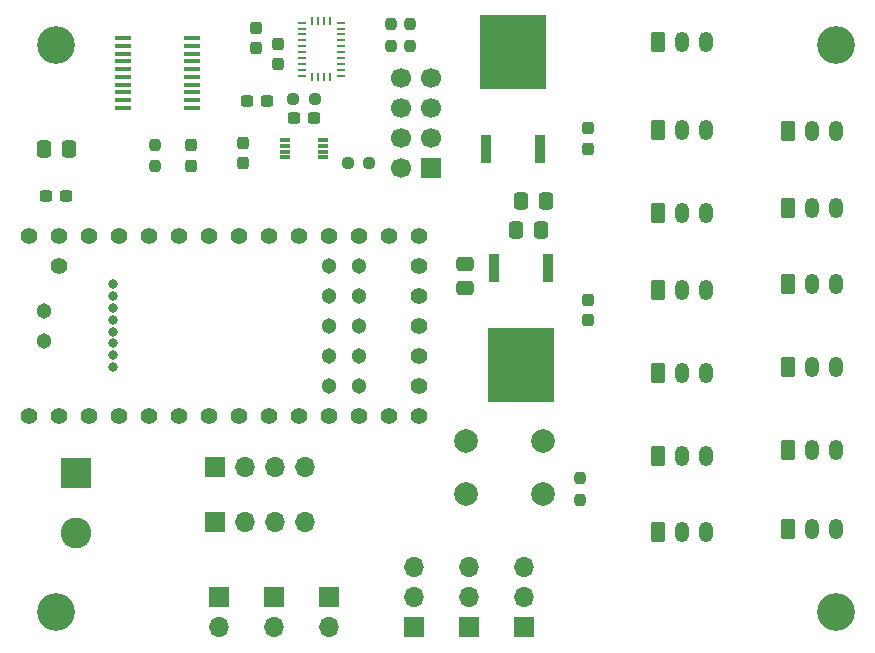
<source format=gbr>
%TF.GenerationSoftware,KiCad,Pcbnew,8.0.7*%
%TF.CreationDate,2024-12-26T23:36:23+07:00*%
%TF.ProjectId,Teensy4.0PCB,5465656e-7379-4342-9e30-5043422e6b69,rev?*%
%TF.SameCoordinates,Original*%
%TF.FileFunction,Soldermask,Top*%
%TF.FilePolarity,Negative*%
%FSLAX46Y46*%
G04 Gerber Fmt 4.6, Leading zero omitted, Abs format (unit mm)*
G04 Created by KiCad (PCBNEW 8.0.7) date 2024-12-26 23:36:23*
%MOMM*%
%LPD*%
G01*
G04 APERTURE LIST*
G04 Aperture macros list*
%AMRoundRect*
0 Rectangle with rounded corners*
0 $1 Rounding radius*
0 $2 $3 $4 $5 $6 $7 $8 $9 X,Y pos of 4 corners*
0 Add a 4 corners polygon primitive as box body*
4,1,4,$2,$3,$4,$5,$6,$7,$8,$9,$2,$3,0*
0 Add four circle primitives for the rounded corners*
1,1,$1+$1,$2,$3*
1,1,$1+$1,$4,$5*
1,1,$1+$1,$6,$7*
1,1,$1+$1,$8,$9*
0 Add four rect primitives between the rounded corners*
20,1,$1+$1,$2,$3,$4,$5,0*
20,1,$1+$1,$4,$5,$6,$7,0*
20,1,$1+$1,$6,$7,$8,$9,0*
20,1,$1+$1,$8,$9,$2,$3,0*%
G04 Aperture macros list end*
%ADD10RoundRect,0.250000X-0.337500X-0.475000X0.337500X-0.475000X0.337500X0.475000X-0.337500X0.475000X0*%
%ADD11RoundRect,0.237500X0.237500X-0.250000X0.237500X0.250000X-0.237500X0.250000X-0.237500X-0.250000X0*%
%ADD12R,1.700000X1.700000*%
%ADD13O,1.700000X1.700000*%
%ADD14C,2.000000*%
%ADD15RoundRect,0.237500X-0.300000X-0.237500X0.300000X-0.237500X0.300000X0.237500X-0.300000X0.237500X0*%
%ADD16C,3.200000*%
%ADD17RoundRect,0.237500X0.237500X-0.300000X0.237500X0.300000X-0.237500X0.300000X-0.237500X-0.300000X0*%
%ADD18R,0.675000X0.254000*%
%ADD19R,0.254000X0.675000*%
%ADD20RoundRect,0.237500X-0.237500X0.250000X-0.237500X-0.250000X0.237500X-0.250000X0.237500X0.250000X0*%
%ADD21RoundRect,0.250000X-0.350000X-0.625000X0.350000X-0.625000X0.350000X0.625000X-0.350000X0.625000X0*%
%ADD22O,1.200000X1.750000*%
%ADD23R,2.600000X2.600000*%
%ADD24C,2.600000*%
%ADD25RoundRect,0.237500X-0.250000X-0.237500X0.250000X-0.237500X0.250000X0.237500X-0.250000X0.237500X0*%
%ADD26R,0.850000X0.300000*%
%ADD27R,0.939800X2.489200*%
%ADD28R,5.562600X6.299200*%
%ADD29RoundRect,0.250000X0.475000X-0.337500X0.475000X0.337500X-0.475000X0.337500X-0.475000X-0.337500X0*%
%ADD30RoundRect,0.237500X-0.237500X0.300000X-0.237500X-0.300000X0.237500X-0.300000X0.237500X0.300000X0*%
%ADD31C,1.700000*%
%ADD32C,1.404000*%
%ADD33C,1.304000*%
%ADD34C,0.804000*%
%ADD35R,1.475000X0.450000*%
G04 APERTURE END LIST*
D10*
%TO.C,C9*%
X113000000Y-80000000D03*
X115075000Y-80000000D03*
%TD*%
D11*
%TO.C,R3*%
X122400000Y-81512500D03*
X122400000Y-79687500D03*
%TD*%
D12*
%TO.C,3.3V*%
X153650000Y-120540000D03*
D13*
X153650000Y-118000000D03*
X153650000Y-115460000D03*
%TD*%
D10*
%TO.C,C12*%
X153372500Y-84430000D03*
X155447500Y-84430000D03*
%TD*%
D14*
%TO.C,Button1*%
X148750000Y-104750000D03*
X155250000Y-104750000D03*
X148750000Y-109250000D03*
X155250000Y-109250000D03*
%TD*%
D12*
%TO.C,5V*%
X149000000Y-120540000D03*
D13*
X149000000Y-118000000D03*
X149000000Y-115460000D03*
%TD*%
D15*
%TO.C,C5*%
X134137500Y-77400000D03*
X135862500Y-77400000D03*
%TD*%
D16*
%TO.C,H3*%
X180000000Y-119200000D03*
%TD*%
D11*
%TO.C,R4*%
X158400000Y-109712500D03*
X158400000Y-107887500D03*
%TD*%
D16*
%TO.C,H4*%
X180000000Y-71200000D03*
%TD*%
D12*
%TO.C,GND*%
X144350000Y-120540000D03*
D13*
X144350000Y-118000000D03*
X144350000Y-115460000D03*
%TD*%
D17*
%TO.C,C6*%
X125400000Y-81462500D03*
X125400000Y-79737500D03*
%TD*%
%TO.C,C11*%
X159010000Y-94532500D03*
X159010000Y-92807500D03*
%TD*%
D18*
%TO.C,U3*%
X134787500Y-73837500D03*
D19*
X135700000Y-73975000D03*
X136200000Y-73975000D03*
X136700000Y-73975000D03*
X137200000Y-73975000D03*
D18*
X138112500Y-73837500D03*
X138112500Y-73337500D03*
X138112500Y-72837500D03*
X138112500Y-72337500D03*
X138112500Y-71837500D03*
X138112500Y-71337500D03*
X138112500Y-70837500D03*
X138112500Y-70337500D03*
X138112500Y-69837500D03*
X138112500Y-69337500D03*
D19*
X137200000Y-69200000D03*
X136700000Y-69200000D03*
X136200000Y-69200000D03*
X135700000Y-69200000D03*
D18*
X134787500Y-69337500D03*
X134787500Y-69837500D03*
X134787500Y-70337500D03*
X134787500Y-70837500D03*
X134787500Y-71337500D03*
X134787500Y-71837500D03*
X134787500Y-72337500D03*
X134787500Y-72837500D03*
X134787500Y-73337500D03*
%TD*%
D20*
%TO.C,R5*%
X144000000Y-69487500D03*
X144000000Y-71312500D03*
%TD*%
D11*
%TO.C,R6*%
X142400000Y-71312500D03*
X142400000Y-69487500D03*
%TD*%
D16*
%TO.C,H1*%
X114000000Y-71200000D03*
%TD*%
D17*
%TO.C,C7*%
X129800000Y-81262500D03*
X129800000Y-79537500D03*
%TD*%
D21*
%TO.C,servo11*%
X165000000Y-71000000D03*
D22*
X167000000Y-71000000D03*
X169000000Y-71000000D03*
%TD*%
D10*
%TO.C,C10*%
X152972500Y-86870000D03*
X155047500Y-86870000D03*
%TD*%
D23*
%TO.C,Main-Terminal1*%
X115695000Y-107455000D03*
D24*
X115695000Y-112535000D03*
%TD*%
D22*
%TO.C,servo10*%
X180000000Y-105500000D03*
X178000000Y-105500000D03*
D21*
X176000000Y-105500000D03*
%TD*%
D25*
%TO.C,R2*%
X134087500Y-75800000D03*
X135912500Y-75800000D03*
%TD*%
D15*
%TO.C,C2*%
X130137500Y-76000000D03*
X131862500Y-76000000D03*
%TD*%
D21*
%TO.C,servo1*%
X165000000Y-85450000D03*
D22*
X167000000Y-85450000D03*
X169000000Y-85450000D03*
%TD*%
D12*
%TO.C,S4*%
X132490000Y-117990000D03*
D13*
X132490000Y-120530000D03*
%TD*%
D21*
%TO.C,servo9*%
X165000000Y-112450000D03*
D22*
X167000000Y-112450000D03*
X169000000Y-112450000D03*
%TD*%
%TO.C,servo3*%
X180000000Y-85050000D03*
X178000000Y-85050000D03*
D21*
X176000000Y-85050000D03*
%TD*%
D22*
%TO.C,servo7*%
X180000000Y-91500000D03*
X178000000Y-91500000D03*
D21*
X176000000Y-91500000D03*
%TD*%
D26*
%TO.C,IC2*%
X136575000Y-80750000D03*
X136575000Y-80250000D03*
X136575000Y-79750000D03*
X136575000Y-79250000D03*
X133425000Y-79250000D03*
X133425000Y-79750000D03*
X133425000Y-80250000D03*
X133425000Y-80750000D03*
%TD*%
D22*
%TO.C,servo5*%
X180000000Y-98500000D03*
X178000000Y-98500000D03*
D21*
X176000000Y-98500000D03*
%TD*%
%TO.C,servo8*%
X165000000Y-99000000D03*
D22*
X167000000Y-99000000D03*
X169000000Y-99000000D03*
%TD*%
D16*
%TO.C,H2*%
X114000000Y-119200000D03*
%TD*%
D27*
%TO.C,50R1*%
X155696000Y-90140800D03*
X151124000Y-90140800D03*
D28*
X153410000Y-98294200D03*
%TD*%
D29*
%TO.C,C1*%
X148600000Y-91837500D03*
X148600000Y-89762500D03*
%TD*%
D21*
%TO.C,servo4*%
X165000000Y-92000000D03*
D22*
X167000000Y-92000000D03*
X169000000Y-92000000D03*
%TD*%
D30*
%TO.C,C13*%
X159000000Y-78275000D03*
X159000000Y-80000000D03*
%TD*%
D27*
%TO.C,33R1*%
X150428000Y-80000000D03*
X155000000Y-80000000D03*
D28*
X152714000Y-71846600D03*
%TD*%
D12*
%TO.C,S5*%
X137140000Y-117990000D03*
D13*
X137140000Y-120530000D03*
%TD*%
D17*
%TO.C,C4*%
X132800000Y-72862500D03*
X132800000Y-71137500D03*
%TD*%
D25*
%TO.C,R1*%
X138687500Y-81200000D03*
X140512500Y-81200000D03*
%TD*%
D22*
%TO.C,servo2*%
X180000000Y-78500000D03*
X178000000Y-78500000D03*
D21*
X176000000Y-78500000D03*
%TD*%
D12*
%TO.C,J2*%
X127460000Y-107000000D03*
D13*
X130000000Y-107000000D03*
X132540000Y-107000000D03*
X135080000Y-107000000D03*
%TD*%
D17*
%TO.C,C3*%
X130930000Y-71510000D03*
X130930000Y-69785000D03*
%TD*%
D12*
%TO.C,S3*%
X127840000Y-117990000D03*
D13*
X127840000Y-120530000D03*
%TD*%
D21*
%TO.C,servo6*%
X165000000Y-106000000D03*
D22*
X167000000Y-106000000D03*
X169000000Y-106000000D03*
%TD*%
D21*
%TO.C,servo13*%
X165000000Y-78450000D03*
D22*
X167000000Y-78450000D03*
X169000000Y-78450000D03*
%TD*%
D15*
%TO.C,C8*%
X113137500Y-84000000D03*
X114862500Y-84000000D03*
%TD*%
D12*
%TO.C,J1*%
X127460000Y-111650000D03*
D13*
X130000000Y-111650000D03*
X132540000Y-111650000D03*
X135080000Y-111650000D03*
%TD*%
D22*
%TO.C,servo12*%
X180000000Y-112250000D03*
X178000000Y-112250000D03*
D21*
X176000000Y-112250000D03*
%TD*%
D12*
%TO.C,U2*%
X145789500Y-81625000D03*
D31*
X143249500Y-81625000D03*
X145789500Y-79085000D03*
X143249500Y-79085000D03*
X145789500Y-76545000D03*
X143249500Y-76545000D03*
X145789500Y-74005000D03*
X143249500Y-74005000D03*
%TD*%
D32*
%TO.C,U1*%
X111725000Y-102620000D03*
X114265000Y-102620000D03*
X116805000Y-102620000D03*
X119345000Y-102620000D03*
X121885000Y-102620000D03*
X124425000Y-102620000D03*
X126965000Y-102620000D03*
X129505000Y-102620000D03*
X132045000Y-102620000D03*
X134585000Y-102620000D03*
X137125000Y-102620000D03*
X139665000Y-102620000D03*
X142205000Y-102620000D03*
X144745000Y-102620000D03*
X144745000Y-100080000D03*
X144745000Y-97540000D03*
X144745000Y-95000000D03*
X144745000Y-92460000D03*
X144745000Y-89920000D03*
X144745000Y-87380000D03*
X142205000Y-87380000D03*
X139665000Y-87380000D03*
X137125000Y-87380000D03*
X134585000Y-87380000D03*
X132045000Y-87380000D03*
X129505000Y-87380000D03*
X126965000Y-87380000D03*
X124425000Y-87380000D03*
X121885000Y-87380000D03*
X119345000Y-87380000D03*
X116805000Y-87380000D03*
X114265000Y-87380000D03*
X111725000Y-87380000D03*
X114265000Y-89920000D03*
D33*
X139665000Y-89920000D03*
X137125000Y-89920000D03*
X139665000Y-92460000D03*
X137125000Y-92460000D03*
X139665000Y-95000000D03*
X137125000Y-95000000D03*
X139665000Y-97540000D03*
X137125000Y-97540000D03*
X139665000Y-100080000D03*
X137125000Y-100080000D03*
D34*
X118863400Y-91500000D03*
X118863400Y-92500000D03*
X118863400Y-93500000D03*
X118863400Y-94500000D03*
X118863400Y-95500000D03*
X118863400Y-96500000D03*
X118863400Y-97500000D03*
X118863400Y-98500000D03*
D33*
X112995000Y-93730000D03*
X112995000Y-96270000D03*
%TD*%
D35*
%TO.C,IC1*%
X119662000Y-70675000D03*
X119662000Y-71325000D03*
X119662000Y-71975000D03*
X119662000Y-72625000D03*
X119662000Y-73275000D03*
X119662000Y-73925000D03*
X119662000Y-74575000D03*
X119662000Y-75225000D03*
X119662000Y-75875000D03*
X119662000Y-76525000D03*
X125538000Y-76525000D03*
X125538000Y-75875000D03*
X125538000Y-75225000D03*
X125538000Y-74575000D03*
X125538000Y-73925000D03*
X125538000Y-73275000D03*
X125538000Y-72625000D03*
X125538000Y-71975000D03*
X125538000Y-71325000D03*
X125538000Y-70675000D03*
%TD*%
M02*

</source>
